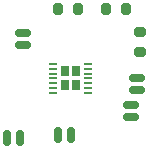
<source format=gbr>
%TF.GenerationSoftware,KiCad,Pcbnew,7.0.10*%
%TF.CreationDate,2024-05-03T14:58:40-07:00*%
%TF.ProjectId,ECE_196_proj_shem,4543455f-3139-4365-9f70-726f6a5f7368,rev?*%
%TF.SameCoordinates,Original*%
%TF.FileFunction,Paste,Top*%
%TF.FilePolarity,Positive*%
%FSLAX46Y46*%
G04 Gerber Fmt 4.6, Leading zero omitted, Abs format (unit mm)*
G04 Created by KiCad (PCBNEW 7.0.10) date 2024-05-03 14:58:40*
%MOMM*%
%LPD*%
G01*
G04 APERTURE LIST*
G04 Aperture macros list*
%AMRoundRect*
0 Rectangle with rounded corners*
0 $1 Rounding radius*
0 $2 $3 $4 $5 $6 $7 $8 $9 X,Y pos of 4 corners*
0 Add a 4 corners polygon primitive as box body*
4,1,4,$2,$3,$4,$5,$6,$7,$8,$9,$2,$3,0*
0 Add four circle primitives for the rounded corners*
1,1,$1+$1,$2,$3*
1,1,$1+$1,$4,$5*
1,1,$1+$1,$6,$7*
1,1,$1+$1,$8,$9*
0 Add four rect primitives between the rounded corners*
20,1,$1+$1,$2,$3,$4,$5,0*
20,1,$1+$1,$4,$5,$6,$7,0*
20,1,$1+$1,$6,$7,$8,$9,0*
20,1,$1+$1,$8,$9,$2,$3,0*%
G04 Aperture macros list end*
%ADD10RoundRect,0.200000X-0.200000X-0.275000X0.200000X-0.275000X0.200000X0.275000X-0.200000X0.275000X0*%
%ADD11R,0.700000X0.970000*%
%ADD12R,0.700000X0.250000*%
%ADD13RoundRect,0.200000X-0.275000X0.200000X-0.275000X-0.200000X0.275000X-0.200000X0.275000X0.200000X0*%
%ADD14RoundRect,0.165000X0.165000X0.475000X-0.165000X0.475000X-0.165000X-0.475000X0.165000X-0.475000X0*%
%ADD15RoundRect,0.165000X-0.475000X0.165000X-0.475000X-0.165000X0.475000X-0.165000X0.475000X0.165000X0*%
%ADD16RoundRect,0.165000X-0.165000X-0.475000X0.165000X-0.475000X0.165000X0.475000X-0.165000X0.475000X0*%
%ADD17RoundRect,0.165000X0.475000X-0.165000X0.475000X0.165000X-0.475000X0.165000X-0.475000X-0.165000X0*%
G04 APERTURE END LIST*
D10*
%TO.C,R4*%
X151829000Y-85090000D03*
X153479000Y-85090000D03*
%TD*%
D11*
%TO.C,U1*%
X152425000Y-90390000D03*
X152425000Y-91565000D03*
X153320000Y-90390000D03*
X153320000Y-91565000D03*
D12*
X151395000Y-89777500D03*
X151395000Y-90177500D03*
X151395000Y-90577500D03*
X151395000Y-90977500D03*
X151395000Y-91377500D03*
X151395000Y-91777500D03*
X151395000Y-92177500D03*
X154345000Y-92177500D03*
X154345000Y-91777500D03*
X154345000Y-91377500D03*
X154345000Y-90977500D03*
X154345000Y-90577500D03*
X154345000Y-90177500D03*
X154345000Y-89777500D03*
%TD*%
D13*
%TO.C,R1*%
X158750000Y-87059000D03*
X158750000Y-88709000D03*
%TD*%
D14*
%TO.C,C2*%
X148622000Y-96012000D03*
X147542000Y-96012000D03*
%TD*%
D15*
%TO.C,C5*%
X157988000Y-93186000D03*
X157988000Y-94266000D03*
%TD*%
D10*
%TO.C,R2*%
X155893000Y-85090000D03*
X157543000Y-85090000D03*
%TD*%
D16*
%TO.C,C4*%
X151860000Y-95758000D03*
X152940000Y-95758000D03*
%TD*%
D15*
%TO.C,C3*%
X158496000Y-90900000D03*
X158496000Y-91980000D03*
%TD*%
D17*
%TO.C,C1*%
X148844000Y-88170000D03*
X148844000Y-87090000D03*
%TD*%
M02*

</source>
